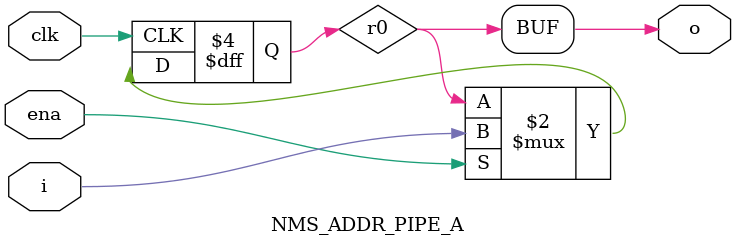
<source format=v>

module NMS (clk, ce, we, rstn, a, d, q);
input clk;
input ce;
input we;
input rstn;
input [17:0]a;
input [0:0]d;
output [0:0]q;

wire vcc_net;
wire gnd_net;
wire net_2;
wire net_18;
wire net_20;
wire net_21;
wire addra_pipe_14_net;
wire net_23;
wire net_24;
wire net_26;
wire net_27;
wire net_28;
wire net_29;
wire net_30;
wire net_31;
wire net_32;
wire net_33;
wire net_34;
wire net_35;
wire addra_pipe_15_net;
wire net_36;
wire net_37;
wire net_39;
wire net_40;
wire net_41;
wire net_42;
wire net_43;
wire net_44;
wire net_45;
wire net_46;
wire net_47;
wire net_48;
wire net_49;
wire net_50;
wire net_51;
wire net_52;
wire net_53;
wire net_54;
wire net_55;
wire net_56;
wire net_57;
wire net_58;
wire addra_pipe_16_net;
wire net_59;
wire net_60;
wire net_62;
wire net_63;
wire net_64;
wire net_65;
wire net_66;
wire net_67;
wire net_68;
wire net_69;
wire net_70;
wire net_71;
wire net_72;
wire net_73;
wire net_74;
wire net_75;
wire net_76;
wire net_77;
wire net_78;
wire net_79;
wire net_80;
wire net_81;
wire net_82;
wire net_83;
wire net_84;
wire net_85;
wire net_86;
wire net_87;
wire net_88;
wire net_89;
wire net_90;
wire net_91;
wire net_92;
wire net_93;
wire net_94;
wire net_95;
wire net_96;
wire net_97;
wire net_98;
wire net_99;
wire net_100;
wire net_101;
wire addra_pipe_17_net;
wire net_102;
wire net_103;
wire net_106;
wire nc1;
wire nc2;
wire nc3;
wire nc4;
wire nc5;
wire nc6;
wire nc7;
wire nc8;
wire nc9;
wire nc10;
wire nc11;
wire nc12;
wire nc13;
wire nc14;
wire nc15;
wire nc16;
wire nc17;
wire nc18;
wire nc19;
wire nc20;
wire nc21;
wire nc22;
wire nc23;
wire nc24;
wire nc25;
wire nc26;
wire nc27;
wire nc28;
wire nc29;
wire nc30;
wire nc31;
wire nc32;
wire nc33;
wire nc34;
wire nc35;
wire nc36;
wire nc37;
wire nc38;
wire nc39;
wire nc40;
wire nc41;
wire nc42;
wire nc43;
wire nc44;
wire nc45;
wire nc46;
wire nc47;
wire nc48;
wire nc49;
wire nc50;
wire nc51;
wire nc52;
wire nc53;
wire nc54;
wire nc55;
wire nc56;
wire nc57;
wire nc58;
wire nc59;
wire nc60;
wire nc61;
wire nc62;
wire nc63;
wire nc64;
wire nc65;
wire nc66;
wire nc67;
wire nc68;
wire nc69;
wire nc70;
wire nc71;
wire nc72;
wire nc73;
wire nc74;
wire nc75;
wire nc76;
wire nc77;
wire nc78;
wire nc79;
wire nc80;
wire nc81;
wire nc82;
wire nc83;
wire nc84;
wire nc85;
wire nc86;
wire nc87;
wire nc88;
wire nc89;
wire nc90;
wire nc91;
wire nc92;
wire nc93;
wire nc94;
wire nc95;
wire nc96;
wire nc97;
wire nc98;
wire nc99;
wire nc100;
wire nc101;
wire nc102;
wire nc103;
wire nc104;
wire nc105;
wire nc106;
wire nc107;
wire nc108;
wire nc109;
wire nc110;
wire nc111;
wire nc112;
wire nc113;
wire nc114;
wire nc115;
wire nc116;
wire nc117;
wire nc118;
wire nc119;
wire nc120;
wire nc121;
wire nc122;
wire nc123;
wire nc124;
wire nc125;
wire nc126;
wire nc127;
wire nc128;
wire nc129;
wire nc130;
wire nc131;
wire nc132;
wire nc133;
wire nc134;
wire nc135;
wire nc136;
wire nc137;
wire nc138;
wire nc139;
wire nc140;
wire nc141;
wire nc142;
wire nc143;
wire nc144;
wire nc145;
wire nc146;
wire nc147;
wire nc148;
wire nc149;
wire nc150;
wire nc151;
wire nc152;
wire nc153;
wire nc154;
wire nc155;
wire nc156;
wire nc157;
wire nc158;
wire nc159;
wire nc160;
wire nc161;
wire nc162;
wire nc163;
wire nc164;
wire nc165;
wire nc166;
wire nc167;
wire nc168;
wire nc169;
wire nc170;
wire nc171;
wire nc172;
wire nc173;
wire nc174;
wire nc175;
wire nc176;
wire nc177;
wire nc178;
wire nc179;
wire nc180;
wire nc181;
wire nc182;
wire nc183;
wire nc184;
wire nc185;
wire nc186;
wire nc187;
wire nc188;
wire nc189;
wire nc190;
wire nc191;
wire nc192;
wire nc193;
wire nc194;
wire nc195;
wire nc196;
wire nc197;
wire nc198;
wire nc199;
wire nc200;
wire nc201;
wire nc202;
wire nc203;
wire nc204;
wire nc205;
wire nc206;
wire nc207;
wire nc208;
wire nc209;
wire nc210;
wire nc211;
wire nc212;
wire nc213;
wire nc214;
wire nc215;
wire nc216;
wire nc217;
wire nc218;
wire nc219;
wire nc220;
wire nc221;
wire nc222;
wire nc223;
wire nc224;
wire nc225;
wire nc226;
wire nc227;
wire nc228;
wire nc229;
wire nc230;
wire nc231;
wire nc232;
wire nc233;
wire nc234;
wire nc235;
wire nc236;
wire nc237;
wire nc238;
wire nc239;
wire nc240;
wire nc241;
wire nc242;
wire nc243;
wire nc244;
wire nc245;
wire nc246;
wire nc247;
wire nc248;
wire nc249;
wire nc250;
wire nc251;
wire nc252;
wire nc253;
wire nc254;
wire nc255;
wire nc256;
wire nc257;
wire nc258;
wire nc259;
wire nc260;
wire nc261;
wire nc262;
wire nc263;
wire nc264;
wire nc265;
wire nc266;
wire nc267;
wire nc268;
wire nc269;
wire nc270;
wire nc271;
wire nc272;
wire nc273;
wire nc274;
wire nc275;
wire nc276;
wire nc277;
wire nc278;
wire nc279;
wire nc280;
wire nc281;
wire nc282;
wire nc283;
wire nc284;
wire nc285;
wire nc286;
wire nc287;
wire nc288;
wire nc289;
wire nc290;
wire nc291;
wire nc292;
wire nc293;
wire nc294;
wire nc295;
wire nc296;
wire nc297;
wire nc298;
wire nc299;
wire nc300;
wire nc301;
wire nc302;
wire nc303;
wire nc304;
wire nc305;
wire nc306;
wire nc307;
wire nc308;
wire nc309;
wire nc310;
wire nc311;
wire nc312;
wire nc313;
wire nc314;
wire nc315;
wire nc316;
wire nc317;
wire nc318;
wire nc319;
wire nc320;
wire nc321;
wire nc322;
wire nc323;
wire nc324;
wire nc325;
wire nc326;
wire nc327;
wire nc328;
wire nc329;
wire nc330;
wire nc331;
wire nc332;
wire nc333;
wire nc334;
wire nc335;
wire nc336;
wire nc337;
wire nc338;
wire nc339;
wire nc340;
wire nc341;
wire nc342;
wire nc343;
wire nc344;
wire nc345;
wire nc346;
wire nc347;
wire nc348;
wire nc349;
wire nc350;
wire nc351;
wire nc352;
wire nc353;
wire nc354;
wire nc355;
wire nc356;
wire nc357;
wire nc358;
wire nc359;
wire nc360;
wire nc361;
wire nc362;
wire nc363;
wire nc364;
wire nc365;
wire nc366;
wire nc367;
wire nc368;
wire nc369;
wire nc370;
wire nc371;
wire nc372;
wire nc373;
wire nc374;
wire nc375;
wire nc376;
wire nc377;
wire nc378;
wire nc379;
wire nc380;
wire nc381;
wire nc382;
wire nc383;
wire nc384;
wire nc385;
wire nc386;
wire nc387;
wire nc388;
wire nc389;
wire nc390;
wire nc391;
wire nc392;
wire nc393;
wire nc394;
wire nc395;
wire nc396;
wire nc397;
wire nc398;
wire nc399;
wire nc400;
wire nc401;
wire nc402;
wire nc403;
wire nc404;
wire nc405;
wire nc406;
wire nc407;
wire nc408;
wire nc409;
wire nc410;
wire nc411;
wire nc412;
wire nc413;
wire nc414;
wire nc415;
wire nc416;
wire nc417;
wire nc418;
wire nc419;
wire nc420;
wire nc421;
wire nc422;
wire nc423;
wire nc424;
wire nc425;
wire nc426;
wire nc427;
wire nc428;
wire nc429;
wire nc430;
wire nc431;
wire nc432;
wire nc433;
wire nc434;
wire nc435;
wire nc436;
wire nc437;
wire nc438;
wire nc439;
wire nc440;
wire nc441;
wire nc442;
wire nc443;
wire nc444;
wire nc445;
wire nc446;
wire nc447;
wire nc448;
wire nc449;
wire nc450;
wire nc451;
wire nc452;
wire nc453;
wire nc454;
wire nc455;
wire nc456;
wire nc457;
wire nc458;
wire nc459;
wire nc460;
wire nc461;
wire nc462;
wire nc463;
wire nc464;
wire nc465;
wire nc466;
wire nc467;
wire nc468;
wire nc469;
wire nc470;
wire nc471;
wire nc472;
wire nc473;
wire nc474;
wire nc475;
wire nc476;
wire nc477;
wire nc478;
wire nc479;
wire nc480;
wire nc481;
wire nc482;
wire nc483;
wire nc484;
wire nc485;
wire nc486;
wire nc487;
wire nc488;
wire nc489;
wire nc490;
wire nc491;
wire nc492;
wire nc493;
wire nc494;
wire nc495;
wire nc496;
wire nc497;
wire nc498;
wire nc499;
wire nc500;
wire nc501;
wire nc502;
wire nc503;
wire nc504;
wire nc505;
wire nc506;
wire nc507;
wire nc508;
wire nc509;
wire nc510;
wire nc511;
wire nc512;
wire nc513;
wire nc514;
wire nc515;
wire nc516;
wire nc517;
wire nc518;
wire nc519;
wire nc520;
wire nc521;
wire nc522;
wire nc523;
wire nc524;
wire nc525;
wire nc526;
wire nc527;
wire nc528;
wire nc529;
wire nc530;
wire nc531;
wire nc532;
wire nc533;
wire nc534;
wire nc535;
wire nc536;
wire nc537;
wire nc538;
wire nc539;
wire nc540;
wire nc541;
wire nc542;
wire nc543;
wire nc544;
wire nc545;
wire nc546;
wire nc547;
wire nc548;
wire nc549;
wire nc550;
wire nc551;
wire nc552;
wire nc553;
wire nc554;
wire nc555;
wire nc556;
wire nc557;
wire nc558;
wire nc559;
wire nc560;
wire nc561;
wire nc562;
wire nc563;
wire nc564;
wire nc565;
wire nc566;
wire nc567;
wire nc568;
wire nc569;
wire nc570;
wire nc571;
wire nc572;
wire nc573;
wire nc574;
wire nc575;
wire nc576;
wire nc577;
wire nc578;
wire nc579;
wire nc580;
wire nc581;
wire nc582;
wire nc583;
wire nc584;
wire nc585;
wire nc586;
wire nc587;
wire nc588;
wire nc589;
wire nc590;
wire nc591;
wire nc592;
wire nc593;
wire nc594;
wire nc595;
wire nc596;
wire nc597;
wire nc598;
wire nc599;
wire nc600;
wire nc601;
wire nc602;
wire nc603;
wire nc604;
wire nc605;
wire nc606;
wire nc607;
wire nc608;
wire nc609;
wire nc610;
wire nc611;
wire nc612;
wire nc613;
wire nc614;
wire nc615;
wire nc616;
wire nc617;
wire nc618;
wire nc619;
wire nc620;
wire nc621;
wire nc622;
wire nc623;
wire nc624;
wire nc625;
wire nc626;
wire nc627;
wire nc628;
wire nc629;
wire nc630;
wire nc631;
wire nc632;
wire nc633;
wire nc634;
wire nc635;
wire nc636;
wire nc637;
wire nc638;
wire nc639;
wire nc640;
wire nc641;
wire nc642;
wire nc643;
wire nc644;
wire nc645;
wire nc646;
wire nc647;
wire nc648;
wire nc649;
wire nc650;
wire nc651;
wire nc652;
wire nc653;
wire nc654;
wire nc655;
wire nc656;
wire nc657;
wire nc658;
wire nc659;
wire nc660;
wire nc661;
wire nc662;
wire nc663;
wire nc664;
wire nc665;
wire nc666;
wire nc667;
wire nc668;
wire nc669;
wire nc670;
wire nc671;
wire nc672;
wire nc673;
wire nc674;
wire nc675;
wire nc676;
wire nc677;
wire nc678;
wire nc679;
wire nc680;
wire nc681;
wire nc682;
wire nc683;
wire nc684;
wire nc685;
wire nc686;
wire nc687;
wire nc688;
wire nc689;
wire nc690;
wire nc691;
wire nc692;
wire nc693;
wire nc694;
wire nc695;
wire nc696;
wire nc697;
wire nc698;
wire nc699;
wire nc700;
wire nc701;
wire nc702;
wire nc703;
wire nc704;
wire nc705;
wire nc706;
wire nc707;
wire nc708;
wire nc709;
wire nc710;
wire nc711;
wire nc712;
wire nc713;
wire nc714;
wire nc715;
wire nc716;
wire nc717;
wire nc718;
wire nc719;
wire nc720;
wire nc721;
wire nc722;
wire nc723;
wire nc724;
wire nc725;
wire nc726;
wire nc727;
wire nc728;
wire nc729;
wire nc730;
wire nc731;
wire nc732;
wire nc733;
wire nc734;
wire nc735;
wire nc736;
wire nc737;
wire nc738;
wire nc739;
wire nc740;
wire nc741;
wire nc742;
wire nc743;
wire nc744;
wire nc745;
wire nc746;
wire nc747;
wire nc748;
wire nc749;
wire nc750;
wire nc751;
wire nc752;
wire nc753;
wire nc754;
wire nc755;
wire nc756;
wire nc757;
wire nc758;
wire nc759;
wire nc760;
wire nc761;
wire nc762;
wire nc763;
wire nc764;
wire nc765;
wire nc766;
wire nc767;
wire nc768;
wire nc769;
wire nc770;
wire nc771;
wire nc772;
wire nc773;
wire nc774;
wire nc775;
wire nc776;
wire nc777;
wire nc778;
wire nc779;
wire nc780;
wire nc781;
wire nc782;
wire nc783;
wire nc784;
wire nc785;
wire nc786;
wire nc787;
wire nc788;
wire nc789;
wire nc790;
wire nc791;
wire nc792;
wire nc793;
wire nc794;
wire nc795;
wire nc796;
wire nc797;
wire nc798;
wire nc799;
wire nc800;
wire nc801;
wire nc802;
wire nc803;
wire nc804;
wire nc805;
wire nc806;
wire nc807;
wire nc808;
wire nc809;
wire nc810;
wire nc811;
wire nc812;
wire nc813;
wire nc814;
wire nc815;
wire nc816;
wire nc817;
wire nc818;
wire nc819;
wire nc820;
wire nc821;
wire nc822;
wire nc823;
wire nc824;
wire nc825;
wire nc826;
wire nc827;
wire nc828;
wire nc829;
wire nc830;
wire nc831;
wire nc832;
wire nc833;
wire nc834;
wire nc835;
wire nc836;
wire nc837;
wire nc838;
wire nc839;
wire nc840;
wire nc841;
wire nc842;
wire nc843;
wire nc844;
wire nc845;
wire nc846;
wire nc847;
wire nc848;
wire nc849;
wire nc850;
wire nc851;
wire nc852;
wire nc853;
wire nc854;
wire nc855;
wire nc856;
wire nc857;
wire nc858;
wire nc859;
wire nc860;
wire nc861;
wire nc862;
wire nc863;
wire nc864;
wire nc865;
wire nc866;
wire nc867;
wire nc868;
wire nc869;
wire nc870;
wire nc871;
wire nc872;
wire nc873;
wire nc874;
wire nc875;
wire nc876;
wire nc877;
wire nc878;
wire nc879;
wire nc880;
wire nc881;
wire nc882;
wire nc883;
wire nc884;
wire nc885;
wire nc886;
wire nc887;
wire nc888;
wire nc889;
wire nc890;
wire nc891;
wire nc892;
wire nc893;
wire nc894;
wire nc895;
wire nc896;
wire nc897;
wire nc898;
wire nc899;
wire nc900;
wire nc901;
wire nc902;
wire nc903;
wire nc904;
wire nc905;
wire nc906;
wire nc907;
wire nc908;
wire nc909;
wire nc910;
wire nc911;
wire nc912;
wire nc913;
wire nc914;
wire nc915;
wire nc916;
wire nc917;
wire nc918;
wire nc919;
wire nc920;
wire nc921;
wire nc922;
wire nc923;
wire nc924;
wire nc925;
wire nc926;
wire nc927;
wire nc928;
wire nc929;
wire nc930;
wire nc931;
wire nc932;
wire nc933;
wire nc934;
wire nc935;
wire nc936;
wire nc937;
wire nc938;
wire nc939;
wire nc940;
wire nc941;
wire nc942;
wire nc943;
wire nc944;
wire nc945;
wire nc946;
wire nc947;
wire nc948;
wire nc949;
wire nc950;
wire nc951;
wire nc952;
wire nc953;
wire nc954;
wire nc955;
wire nc956;
wire nc957;
wire nc958;
wire nc959;
wire nc960;
wire nc961;
wire nc962;
wire nc963;
wire nc964;
wire nc965;
wire nc966;
wire nc967;
wire nc968;
wire nc969;
wire nc970;
wire nc971;
wire nc972;
wire nc973;
wire nc974;
wire nc975;
wire nc976;
wire nc977;
wire nc978;
wire nc979;
wire nc980;
wire nc981;
wire nc982;
wire nc983;
wire nc984;
wire nc985;
wire nc986;
wire nc987;
wire nc988;
wire nc989;
wire nc990;
wire nc991;
wire nc992;
wire nc993;
wire nc994;
wire nc995;
wire nc996;
wire nc997;
wire nc998;
wire nc999;
wire nc1000;
wire nc1001;
wire nc1002;
wire nc1003;
wire nc1004;
wire nc1005;
wire nc1006;
wire nc1007;
wire nc1008;
wire nc1009;
wire nc1010;
wire nc1011;
wire nc1012;
wire nc1013;
wire nc1014;
wire nc1015;
wire nc1016;
wire nc1017;
wire nc1018;
wire nc1019;
wire nc1020;
wire nc1021;
wire nc1022;
wire nc1023;
wire nc1024;
wire nc1025;
wire nc1026;
wire nc1027;
wire nc1028;
wire nc1029;
wire nc1030;
wire nc1031;
wire nc1032;
wire nc1033;
wire nc1034;
wire nc1035;
wire nc1036;
wire nc1037;
wire nc1038;
wire nc1039;
wire nc1040;
wire nc1041;
wire nc1042;
wire nc1043;
wire nc1044;
wire nc1045;
wire nc1046;
wire nc1047;
wire nc1048;
wire nc1049;
wire nc1050;
wire nc1051;
wire nc1052;
wire nc1053;
wire nc1054;
wire nc1055;
wire nc1056;
wire nc1057;
wire nc1058;
wire nc1059;
wire nc1060;
wire nc1061;
wire nc1062;
wire nc1063;
wire nc1064;
wire nc1065;
wire nc1066;
wire nc1067;
wire nc1068;
wire nc1069;
wire nc1070;
wire nc1071;
wire nc1072;
wire nc1073;
wire nc1074;
wire nc1075;
wire nc1076;
wire nc1077;
wire nc1078;
wire nc1079;
wire nc1080;
wire nc1081;
wire nc1082;
wire nc1083;
wire nc1084;
wire nc1085;
wire nc1086;
wire nc1087;
wire nc1088;
wire nc1089;
wire nc1090;
wire nc1091;
wire nc1092;
wire nc1093;
wire nc1094;
wire nc1095;
wire nc1096;
wire nc1097;
wire nc1098;
wire nc1099;
wire nc1100;
wire nc1101;
wire nc1102;
wire nc1103;
wire nc1104;
wire nc1105;
wire nc1106;
wire nc1107;
wire nc1108;
wire nc1109;
wire nc1110;
wire nc1111;
wire nc1112;
wire nc1113;
wire nc1114;
wire nc1115;
wire nc1116;
wire nc1117;
wire nc1118;
wire nc1119;
wire nc1120;
wire nc1121;
wire nc1122;
wire nc1123;
wire nc1124;
wire nc1125;
wire nc1126;
wire nc1127;
wire nc1128;
wire nc1129;
wire nc1130;
wire nc1131;
wire nc1132;
wire nc1133;
wire nc1134;
wire nc1135;
wire nc1136;
wire nc1137;
wire nc1138;
wire nc1139;
wire nc1140;
wire nc1141;
wire nc1142;
wire nc1143;
wire nc1144;
wire nc1145;
wire nc1146;
wire nc1147;
wire nc1148;
wire nc1149;
wire nc1150;
wire nc1151;
wire nc1152;
wire nc1153;
wire nc1154;
wire nc1155;
wire nc1156;
wire nc1157;
wire nc1158;
wire nc1159;
wire nc1160;
wire nc1161;
wire nc1162;
wire nc1163;
wire nc1164;
wire nc1165;
wire nc1166;
wire nc1167;
wire nc1168;
wire nc1169;
wire nc1170;
wire nc1171;
wire nc1172;
wire nc1173;
wire nc1174;
wire nc1175;
wire nc1176;
wire nc1177;
wire nc1178;
wire nc1179;
wire nc1180;
wire nc1181;
wire nc1182;
wire nc1183;
wire nc1184;
wire nc1185;
wire nc1186;
wire nc1187;
wire nc1188;
wire nc1189;
wire nc1190;
wire nc1191;
wire nc1192;
wire nc1193;
wire nc1194;
wire nc1195;
wire nc1196;
wire nc1197;
wire nc1198;
wire nc1199;
wire nc1200;
wire nc1201;
wire nc1202;
wire nc1203;
wire nc1204;
wire nc1205;
wire nc1206;
wire nc1207;
wire nc1208;
wire nc1209;
wire nc1210;
wire nc1211;
wire nc1212;
wire nc1213;
wire nc1214;
wire nc1215;
wire nc1216;
wire nc1217;
wire nc1218;
wire nc1219;
wire nc1220;
wire nc1221;
wire nc1222;
wire nc1223;
wire nc1224;
wire nc1225;
wire nc1226;
wire nc1227;
wire nc1228;
wire nc1229;
wire nc1230;
wire nc1231;
wire nc1232;
wire nc1233;
wire nc1234;
wire nc1235;
wire nc1236;
wire nc1237;
wire nc1238;
wire nc1239;
wire nc1240;
wire nc1241;
wire nc1242;
wire nc1243;
wire nc1244;
wire nc1245;
wire nc1246;
wire nc1247;
wire nc1248;
wire nc1249;
wire nc1250;
wire nc1251;
wire nc1252;
wire nc1253;
wire nc1254;
wire nc1255;
wire nc1256;
wire nc1257;
wire nc1258;
wire nc1259;
wire nc1260;
wire nc1261;
wire nc1262;
wire nc1263;
wire nc1264;
wire nc1265;
wire nc1266;
wire nc1267;
wire nc1268;
wire nc1269;
wire nc1270;
wire nc1271;
wire nc1272;
wire nc1273;
wire nc1274;
wire nc1275;
wire nc1276;
wire nc1277;
wire nc1278;
wire nc1279;
wire nc1280;
wire nc1281;
wire nc1282;
wire nc1283;
wire nc1284;
wire nc1285;
wire nc1286;
wire nc1287;
wire nc1288;
wire nc1289;
wire nc1290;
wire nc1291;
wire nc1292;
wire nc1293;
wire nc1294;
wire nc1295;
wire nc1296;
wire nc1297;
wire nc1298;
wire nc1299;
wire nc1300;
wire nc1301;
wire nc1302;
wire nc1303;
wire nc1304;
wire nc1305;
wire nc1306;
wire nc1307;
wire nc1308;
wire nc1309;
wire nc1310;
wire nc1311;
wire nc1312;
wire nc1313;
wire nc1314;
wire nc1315;
wire nc1316;
wire nc1317;
wire nc1318;
wire nc1319;
wire nc1320;
wire nc1321;
wire nc1322;
wire nc1323;
wire nc1324;
wire nc1325;
wire nc1326;
wire nc1327;
wire nc1328;
wire nc1329;
wire nc1330;
wire nc1331;
wire nc1332;
wire nc1333;
wire nc1334;
wire nc1335;
wire nc1336;
wire nc1337;
wire nc1338;
wire nc1339;
wire nc1340;
wire nc1341;
wire nc1342;
wire nc1343;
wire nc1344;
wire nc1345;
wire nc1346;
wire nc1347;
wire nc1348;
wire nc1349;
wire nc1350;
wire nc1351;
wire nc1352;
wire nc1353;
wire nc1354;
wire nc1355;
wire nc1356;
wire nc1357;
wire nc1358;
wire nc1359;
wire nc1360;
wire nc1361;
wire nc1362;
wire nc1363;
wire nc1364;
wire nc1365;
wire nc1366;
wire nc1367;
wire nc1368;
wire nc1369;
wire nc1370;
wire nc1371;
wire nc1372;
wire nc1373;
wire nc1374;
wire nc1375;
wire nc1376;
wire nc1377;
wire nc1378;
wire nc1379;
wire nc1380;
wire nc1381;
wire nc1382;
wire nc1383;
wire nc1384;
wire nc1385;
wire nc1386;
wire nc1387;
wire nc1388;
wire nc1389;
wire nc1390;
wire nc1391;
wire nc1392;
wire nc1393;
wire nc1394;
wire nc1395;
wire nc1396;
wire nc1397;
wire nc1398;
wire nc1399;
wire nc1400;
wire nc1401;
wire nc1402;
wire nc1403;
wire nc1404;
wire nc1405;
wire nc1406;
wire nc1407;
wire nc1408;
wire nc1409;
wire nc1410;
wire nc1411;
wire nc1412;
wire nc1413;
wire nc1414;
wire nc1415;
wire nc1416;
wire nc1417;
wire nc1418;
wire nc1419;
wire nc1420;
wire nc1421;
wire nc1422;
wire nc1423;
wire nc1424;
wire nc1425;
wire nc1426;
wire nc1427;
wire nc1428;
wire nc1429;
wire nc1430;
wire nc1431;
wire nc1432;
wire nc1433;
wire nc1434;
wire nc1435;
wire nc1436;
wire nc1437;
wire nc1438;
wire nc1439;
wire nc1440;
wire nc1441;
wire nc1442;
wire nc1443;
wire nc1444;
wire nc1445;
wire nc1446;
wire nc1447;
wire nc1448;
wire nc1449;
wire nc1450;
wire nc1451;
wire nc1452;
wire nc1453;
wire nc1454;
wire nc1455;
wire nc1456;
wire nc1457;
wire nc1458;
wire nc1459;
wire nc1460;
wire nc1461;
wire nc1462;
wire nc1463;
wire nc1464;
wire nc1465;
wire nc1466;
wire nc1467;
wire nc1468;
wire nc1469;
wire nc1470;
wire nc1471;
wire nc1472;
wire nc1473;
wire nc1474;
wire nc1475;
wire nc1476;
wire nc1477;
wire nc1478;
wire nc1479;
wire nc1480;
wire nc1481;
wire nc1482;
wire nc1483;
wire nc1484;
wire nc1485;
wire nc1486;
wire nc1487;
wire nc1488;
wire nc1489;
wire nc1490;
wire nc1491;
wire nc1492;
wire nc1493;
wire nc1494;
wire nc1495;
wire nc1496;
wire nc1497;
wire nc1498;
wire nc1499;
wire nc1500;
wire nc1501;
wire nc1502;
wire nc1503;
wire nc1504;
wire nc1505;
wire nc1506;
wire nc1507;
wire nc1508;
wire nc1509;
wire nc1510;
wire nc1511;
wire nc1512;
wire nc1513;
wire nc1514;
wire nc1515;
wire nc1516;
wire nc1517;
wire nc1518;
wire nc1519;
wire nc1520;
wire nc1521;
wire nc1522;
wire nc1523;
wire nc1524;
wire nc1525;
wire nc1526;
wire nc1527;
wire nc1528;
wire nc1529;
wire nc1530;
wire nc1531;
wire nc1532;
wire nc1533;
wire nc1534;
wire nc1535;
wire nc1536;
wire nc1537;
wire nc1538;
wire nc1539;
wire nc1540;
wire nc1541;
wire nc1542;
wire nc1543;
wire nc1544;
wire nc1545;
wire nc1546;
wire nc1547;
wire nc1548;
wire nc1549;
wire nc1550;
wire nc1551;
wire nc1552;
wire nc1553;
wire nc1554;
wire nc1555;
wire nc1556;
wire nc1557;
wire nc1558;
wire nc1559;
wire nc1560;
wire nc1561;
wire nc1562;
wire nc1563;
wire nc1564;
wire nc1565;
wire nc1566;
wire nc1567;
wire nc1568;
wire nc1569;
wire nc1570;
wire nc1571;
wire nc1572;
wire nc1573;
wire nc1574;
wire nc1575;
wire nc1576;
wire nc1577;
wire nc1578;
wire nc1579;
wire nc1580;
wire nc1581;
wire nc1582;
wire nc1583;
wire nc1584;
wire nc1585;
wire nc1586;
wire nc1587;
wire nc1588;
wire nc1589;
wire nc1590;
wire nc1591;
wire nc1592;
wire nc1593;
wire nc1594;
wire nc1595;
wire nc1596;
wire nc1597;
wire nc1598;
wire nc1599;
wire nc1600;
wire nc1601;
wire nc1602;
wire nc1603;
wire nc1604;
wire nc1605;
wire nc1606;
wire nc1607;
wire nc1608;
wire nc1609;
wire nc1610;
wire nc1611;
wire nc1612;
wire nc1613;
wire nc1614;
wire nc1615;
wire nc1616;
wire nc1617;
wire nc1618;
wire nc1619;
wire nc1620;
wire nc1621;
wire nc1622;
wire nc1623;
wire nc1624;
wire nc1625;
wire nc1626;
wire nc1627;
wire nc1628;
wire nc1629;
wire nc1630;
wire nc1631;
wire nc1632;
wire nc1633;
wire nc1634;
wire nc1635;
wire nc1636;
wire nc1637;
wire nc1638;
wire nc1639;
wire nc1640;
wire nc1641;
wire nc1642;
wire nc1643;
wire nc1644;
wire nc1645;
wire nc1646;
wire nc1647;
wire nc1648;
wire nc1649;
wire nc1650;
wire nc1651;
wire nc1652;
wire nc1653;
wire nc1654;
wire nc1655;
wire nc1656;
wire nc1657;
wire nc1658;
wire nc1659;
wire nc1660;
wire nc1661;
wire nc1662;
wire nc1663;
wire nc1664;
wire nc1665;
wire nc1666;
wire nc1667;
wire nc1668;
wire nc1669;
wire nc1670;
wire nc1671;
wire nc1672;
wire nc1673;
wire nc1674;
wire nc1675;
wire nc1676;
wire nc1677;
wire nc1678;
wire nc1679;
wire nc1680;
wire nc1681;
wire nc1682;
wire nc1683;
wire nc1684;
wire nc1685;
wire nc1686;
wire nc1687;
wire nc1688;
wire nc1689;
wire nc1690;
wire nc1691;
wire nc1692;
wire nc1693;
wire nc1694;
wire nc1695;
wire nc1696;
wire nc1697;
wire nc1698;
wire nc1699;
wire nc1700;
wire nc1701;
wire nc1702;
wire nc1703;
wire nc1704;
wire nc1705;
wire nc1706;
wire nc1707;
wire nc1708;
wire nc1709;
wire nc1710;
wire nc1711;
wire nc1712;
wire nc1713;
wire nc1714;
wire nc1715;
wire nc1716;
wire nc1717;
wire nc1718;
wire nc1719;
wire nc1720;
wire nc1721;
wire nc1722;
wire nc1723;
wire nc1724;
wire nc1725;
wire nc1726;
wire nc1727;
wire nc1728;
wire nc1729;
wire nc1730;
wire nc1731;
wire nc1732;
wire nc1733;
wire nc1734;
wire nc1735;
wire nc1736;
wire nc1737;
wire nc1738;
wire nc1739;
wire nc1740;
wire nc1741;
wire nc1742;
wire nc1743;
wire nc1744;
wire nc1745;
wire nc1746;
wire nc1747;
wire nc1748;
wire nc1749;
wire nc1750;
wire nc1751;
wire nc1752;
wire nc1753;
wire nc1754;
wire nc1755;
wire nc1756;
wire nc1757;
wire nc1758;
wire nc1759;
wire nc1760;
wire nc1761;
wire nc1762;
wire nc1763;
wire nc1764;
wire nc1765;
wire nc1766;
wire nc1767;
wire nc1768;
wire nc1769;
wire nc1770;
wire nc1771;
wire nc1772;
wire nc1773;
wire nc1774;
wire nc1775;
wire nc1776;
wire nc1777;
wire nc1778;
wire nc1779;
wire nc1780;
wire nc1781;
wire nc1782;
wire nc1783;
wire nc1784;
wire nc1785;
wire nc1786;
wire nc1787;
wire nc1788;
wire nc1789;
wire nc1790;
wire nc1791;
wire nc1792;
wire nc1793;
wire nc1794;
wire nc1795;
wire nc1796;
wire nc1797;
wire nc1798;
wire nc1799;
wire nc1800;
wire nc1801;
wire nc1802;
wire nc1803;
wire nc1804;
wire nc1805;
wire nc1806;
wire nc1807;
wire nc1808;
wire nc1809;
wire nc1810;
wire nc1811;
wire nc1812;
wire nc1813;
wire nc1814;
wire nc1815;
wire nc1816;
wire nc1817;
wire nc1818;
wire nc1819;
wire nc1820;
wire nc1821;
wire nc1822;
wire nc1823;
wire nc1824;
wire nc1825;
wire nc1826;
wire nc1827;
wire nc1828;
wire nc1829;
wire nc1830;
wire nc1831;
wire nc1832;
wire nc1833;
wire nc1834;
wire nc1835;
wire nc1836;
wire nc1837;
wire nc1838;
wire nc1839;
wire nc1840;
wire nc1841;
wire nc1842;
wire nc1843;
wire nc1844;
wire nc1845;
wire nc1846;
wire nc1847;
wire nc1848;
wire nc1849;
wire nc1850;
wire nc1851;
wire nc1852;
wire nc1853;
wire nc1854;
wire nc1855;
wire nc1856;
wire nc1857;
wire nc1858;
wire nc1859;
wire nc1860;
wire nc1861;
wire nc1862;
wire nc1863;
wire nc1864;
wire nc1865;
wire nc1866;
wire nc1867;
wire nc1868;
wire nc1869;
wire nc1870;
wire nc1871;
wire nc1872;
wire nc1873;
wire nc1874;
wire nc1875;
wire nc1876;
wire nc1877;
wire nc1878;
wire nc1879;
wire nc1880;
wire nc1881;
wire nc1882;
wire nc1883;
wire nc1884;
wire nc1885;
wire nc1886;
wire nc1887;
wire nc1888;
wire nc1889;
wire nc1890;
wire nc1891;
wire nc1892;
wire nc1893;
wire nc1894;
wire nc1895;
wire nc1896;
wire nc1897;
wire nc1898;
wire nc1899;
wire nc1900;
wire nc1901;
wire nc1902;
wire nc1903;
wire nc1904;
wire nc1905;
wire nc1906;
wire nc1907;
wire nc1908;
wire nc1909;
wire nc1910;
wire nc1911;
wire nc1912;
wire nc1913;
wire nc1914;
wire nc1915;
wire nc1916;
wire nc1917;
wire nc1918;
wire nc1919;
wire nc1920;
wire nc1921;
wire nc1922;
wire nc1923;
wire nc1924;
wire nc1925;
wire nc1926;
wire nc1927;
wire nc1928;
wire nc1929;
wire nc1930;
wire nc1931;
wire nc1932;
wire nc1933;
wire nc1934;
wire nc1935;
wire nc1936;
wire nc1937;
wire nc1938;
wire nc1939;
wire nc1940;
wire nc1941;
wire nc1942;
wire nc1943;
wire nc1944;
wire nc1945;
wire nc1946;
wire nc1947;
wire nc1948;
wire nc1949;
wire nc1950;
wire nc1951;
wire nc1952;
wire nc1953;
wire nc1954;
wire nc1955;
wire nc1956;
wire nc1957;
wire nc1958;
wire nc1959;
wire nc1960;
wire nc1961;
wire nc1962;
wire nc1963;
wire nc1964;
wire nc1965;
wire nc1966;
wire nc1967;
wire nc1968;
wire nc1969;
wire nc1970;
wire nc1971;
wire nc1972;
wire nc1973;
wire nc1974;
wire nc1975;
wire nc1976;
wire nc1977;
wire nc1978;
wire nc1979;
wire nc1980;
wire nc1981;
wire nc1982;
wire nc1983;
wire nc1984;
wire nc1985;
wire nc1986;
wire nc1987;
wire nc1988;
wire nc1989;
wire nc1990;
wire nc1991;
wire nc1992;
wire nc1993;
wire nc1994;
wire nc1995;
wire nc1996;
wire nc1997;
wire nc1998;
wire nc1999;
wire nc2000;
wire nc2001;
wire nc2002;
wire nc2003;
wire nc2004;
wire nc2005;
wire nc2006;
wire nc2007;
wire nc2008;
wire nc2009;
wire nc2010;
wire nc2011;
wire nc2012;
wire nc2013;
wire nc2014;
wire nc2015;
wire nc2016;

assign vcc_net = 1;
assign gnd_net = 0;
EMB18K #(
		.clka_inv (1'b0),
		.clkb_inv (1'b0),
		.eccreaden (1'b0),
		.eccwriteen (1'b0),
		.emb5k_1_init_file (""),
		.emb5k_2_init_file (""),
		.emb5k_3_init_file (""),
		.emb5k_4_init_file (""),
		.extension_mode ("power"),
		.init_file ("none"),
		.outreg_a (1'b0),
		.outreg_b (1'b0),
		.rammode ("sp"),
		.use_parity (1'b0),
		.width_a (1),
		.width_b (1),
		.writemode_a ("no_change"),
		.writemode_b ("write_first")
	)
	emb_0(
		.doa({nc1, nc2, nc3, nc4, nc5, nc6, nc7, nc8, nc9, nc10, nc11, nc12, nc13, nc14, nc15, nc16, nc17, nc18, nc19, nc20, nc21, nc22, nc23, nc24, nc25, nc26, nc27, nc28, nc29, nc30, nc31, nc32, nc33, nc34, nc35, nc36, nc37, nc38, nc39, nc40, nc41, nc42, nc43, nc44, nc45, nc46, nc47, nc48, nc49, nc50, nc51, nc52, nc53, nc54, nc55, nc56, nc57, nc58, nc59, nc60, nc61, nc62, nc63, net_18}),
		.dob(),
		.dopa(),
		.dopb(),
		.addra({a[13], a[12], a[11], a[10], a[9], a[8], a[7], a[6], a[5], a[4], a[3], a[2], a[1], a[0]}),
		.addrb(),
		.clka(clk),
		.clkb(),
		.dia({nc64, nc65, nc66, nc67, nc68, nc69, nc70, nc71, nc72, nc73, nc74, nc75, nc76, nc77, nc78, nc79, nc80, nc81, nc82, nc83, nc84, nc85, nc86, nc87, nc88, nc89, nc90, nc91, nc92, nc93, nc94, nc95, nc96, nc97, nc98, nc99, nc100, nc101, nc102, nc103, nc104, nc105, nc106, nc107, nc108, nc109, nc110, nc111, nc112, nc113, nc114, nc115, nc116, nc117, nc118, nc119, nc120, nc121, nc122, nc123, nc124, nc125, nc126, d[0]}),
		.dib(),
		.dipa(),
		.dipb(),
		.cea(net_2),
		.ceb(gnd_net),
		.regcea(vcc_net),
		.regceb(),
		.regsra(rstn),
		.regsrb(),
		.wea({we, we, we, we}),
		.web(),
		.eccoutdberr(),
		.eccoutsberr(),
		.eccreadaddr(),
		.eccindberr(gnd_net),
		.eccinsberr(gnd_net)
	);EMB18K #(
		.clka_inv (1'b0),
		.clkb_inv (1'b0),
		.eccreaden (1'b0),
		.eccwriteen (1'b0),
		.emb5k_1_init_file (""),
		.emb5k_2_init_file (""),
		.emb5k_3_init_file (""),
		.emb5k_4_init_file (""),
		.extension_mode ("power"),
		.init_file ("none"),
		.outreg_a (1'b0),
		.outreg_b (1'b0),
		.rammode ("sp"),
		.use_parity (1'b0),
		.width_a (1),
		.width_b (1),
		.writemode_a ("no_change"),
		.writemode_b ("write_first")
	)
	emb_4(
		.doa({nc127, nc128, nc129, nc130, nc131, nc132, nc133, nc134, nc135, nc136, nc137, nc138, nc139, nc140, nc141, nc142, nc143, nc144, nc145, nc146, nc147, nc148, nc149, nc150, nc151, nc152, nc153, nc154, nc155, nc156, nc157, nc158, nc159, nc160, nc161, nc162, nc163, nc164, nc165, nc166, nc167, nc168, nc169, nc170, nc171, nc172, nc173, nc174, nc175, nc176, nc177, nc178, nc179, nc180, nc181, nc182, nc183, nc184, nc185, nc186, nc187, nc188, nc189, net_21}),
		.dob(),
		.dopa(),
		.dopb(),
		.addra({a[13], a[12], a[11], a[10], a[9], a[8], a[7], a[6], a[5], a[4], a[3], a[2], a[1], a[0]}),
		.addrb(),
		.clka(clk),
		.clkb(),
		.dia({nc190, nc191, nc192, nc193, nc194, nc195, nc196, nc197, nc198, nc199, nc200, nc201, nc202, nc203, nc204, nc205, nc206, nc207, nc208, nc209, nc210, nc211, nc212, nc213, nc214, nc215, nc216, nc217, nc218, nc219, nc220, nc221, nc222, nc223, nc224, nc225, nc226, nc227, nc228, nc229, nc230, nc231, nc232, nc233, nc234, nc235, nc236, nc237, nc238, nc239, nc240, nc241, nc242, nc243, nc244, nc245, nc246, nc247, nc248, nc249, nc250, nc251, nc252, d[0]}),
		.dib(),
		.dipa(),
		.dipb(),
		.cea(net_20),
		.ceb(gnd_net),
		.regcea(vcc_net),
		.regceb(),
		.regsra(rstn),
		.regsrb(),
		.wea({we, we, we, we}),
		.web(),
		.eccoutdberr(),
		.eccoutsberr(),
		.eccreadaddr(),
		.eccindberr(gnd_net),
		.eccinsberr(gnd_net)
	);NMS_ADDR_PIPE_A u_addra_pipe_14(
		.clk(clk),
		.ena(net_24),
		.i(a[14]),
		.o(addra_pipe_14_net)
	);NMS_NOT u0(
		.i(we),
		.o(net_23)
	);NMS_AND u1(
		.i0(ce),
		.i1(net_23),
		.o(net_24)
	);NMS_MUX u2(
		.sel(addra_pipe_14_net),
		.i0(net_18),
		.i1(net_21),
		.o(net_26)
	);NMS_AND u3(
		.i0(net_28),
		.i1(net_27),
		.o(net_2)
	);NMS_AND u4(
		.i0(net_28),
		.i1(a[14]),
		.o(net_20)
	);NMS_NOT u5(
		.i(a[14]),
		.o(net_27)
	);EMB18K #(
		.clka_inv (1'b0),
		.clkb_inv (1'b0),
		.eccreaden (1'b0),
		.eccwriteen (1'b0),
		.emb5k_1_init_file (""),
		.emb5k_2_init_file (""),
		.emb5k_3_init_file (""),
		.emb5k_4_init_file (""),
		.extension_mode ("power"),
		.init_file ("none"),
		.outreg_a (1'b0),
		.outreg_b (1'b0),
		.rammode ("sp"),
		.use_parity (1'b0),
		.width_a (1),
		.width_b (1),
		.writemode_a ("no_change"),
		.writemode_b ("write_first")
	)
	emb_8(
		.doa({nc253, nc254, nc255, nc256, nc257, nc258, nc259, nc260, nc261, nc262, nc263, nc264, nc265, nc266, nc267, nc268, nc269, nc270, nc271, nc272, nc273, nc274, nc275, nc276, nc277, nc278, nc279, nc280, nc281, nc282, nc283, nc284, nc285, nc286, nc287, nc288, nc289, nc290, nc291, nc292, nc293, nc294, nc295, nc296, nc297, nc298, nc299, nc300, nc301, nc302, nc303, nc304, nc305, nc306, nc307, nc308, nc309, nc310, nc311, nc312, nc313, nc314, nc315, net_30}),
		.dob(),
		.dopa(),
		.dopb(),
		.addra({a[13], a[12], a[11], a[10], a[9], a[8], a[7], a[6], a[5], a[4], a[3], a[2], a[1], a[0]}),
		.addrb(),
		.clka(clk),
		.clkb(),
		.dia({nc316, nc317, nc318, nc319, nc320, nc321, nc322, nc323, nc324, nc325, nc326, nc327, nc328, nc329, nc330, nc331, nc332, nc333, nc334, nc335, nc336, nc337, nc338, nc339, nc340, nc341, nc342, nc343, nc344, nc345, nc346, nc347, nc348, nc349, nc350, nc351, nc352, nc353, nc354, nc355, nc356, nc357, nc358, nc359, nc360, nc361, nc362, nc363, nc364, nc365, nc366, nc367, nc368, nc369, nc370, nc371, nc372, nc373, nc374, nc375, nc376, nc377, nc378, d[0]}),
		.dib(),
		.dipa(),
		.dipb(),
		.cea(net_29),
		.ceb(gnd_net),
		.regcea(vcc_net),
		.regceb(),
		.regsra(rstn),
		.regsrb(),
		.wea({we, we, we, we}),
		.web(),
		.eccoutdberr(),
		.eccoutsberr(),
		.eccreadaddr(),
		.eccindberr(gnd_net),
		.eccinsberr(gnd_net)
	);EMB18K #(
		.clka_inv (1'b0),
		.clkb_inv (1'b0),
		.eccreaden (1'b0),
		.eccwriteen (1'b0),
		.emb5k_1_init_file (""),
		.emb5k_2_init_file (""),
		.emb5k_3_init_file (""),
		.emb5k_4_init_file (""),
		.extension_mode ("power"),
		.init_file ("none"),
		.outreg_a (1'b0),
		.outreg_b (1'b0),
		.rammode ("sp"),
		.use_parity (1'b0),
		.width_a (1),
		.width_b (1),
		.writemode_a ("no_change"),
		.writemode_b ("write_first")
	)
	emb_12(
		.doa({nc379, nc380, nc381, nc382, nc383, nc384, nc385, nc386, nc387, nc388, nc389, nc390, nc391, nc392, nc393, nc394, nc395, nc396, nc397, nc398, nc399, nc400, nc401, nc402, nc403, nc404, nc405, nc406, nc407, nc408, nc409, nc410, nc411, nc412, nc413, nc414, nc415, nc416, nc417, nc418, nc419, nc420, nc421, nc422, nc423, nc424, nc425, nc426, nc427, nc428, nc429, nc430, nc431, nc432, nc433, nc434, nc435, nc436, nc437, nc438, nc439, nc440, nc441, net_32}),
		.dob(),
		.dopa(),
		.dopb(),
		.addra({a[13], a[12], a[11], a[10], a[9], a[8], a[7], a[6], a[5], a[4], a[3], a[2], a[1], a[0]}),
		.addrb(),
		.clka(clk),
		.clkb(),
		.dia({nc442, nc443, nc444, nc445, nc446, nc447, nc448, nc449, nc450, nc451, nc452, nc453, nc454, nc455, nc456, nc457, nc458, nc459, nc460, nc461, nc462, nc463, nc464, nc465, nc466, nc467, nc468, nc469, nc470, nc471, nc472, nc473, nc474, nc475, nc476, nc477, nc478, nc479, nc480, nc481, nc482, nc483, nc484, nc485, nc486, nc487, nc488, nc489, nc490, nc491, nc492, nc493, nc494, nc495, nc496, nc497, nc498, nc499, nc500, nc501, nc502, nc503, nc504, d[0]}),
		.dib(),
		.dipa(),
		.dipb(),
		.cea(net_31),
		.ceb(gnd_net),
		.regcea(vcc_net),
		.regceb(),
		.regsra(rstn),
		.regsrb(),
		.wea({we, we, we, we}),
		.web(),
		.eccoutdberr(),
		.eccoutsberr(),
		.eccreadaddr(),
		.eccindberr(gnd_net),
		.eccinsberr(gnd_net)
	);NMS_MUX u6(
		.sel(addra_pipe_14_net),
		.i0(net_30),
		.i1(net_32),
		.o(net_33)
	);NMS_AND u7(
		.i0(net_35),
		.i1(net_34),
		.o(net_29)
	);NMS_AND u8(
		.i0(net_35),
		.i1(a[14]),
		.o(net_31)
	);NMS_NOT u9(
		.i(a[14]),
		.o(net_34)
	);NMS_ADDR_PIPE_A u_addra_pipe_15(
		.clk(clk),
		.ena(net_37),
		.i(a[15]),
		.o(addra_pipe_15_net)
	);NMS_NOT u10(
		.i(we),
		.o(net_36)
	);NMS_AND u11(
		.i0(ce),
		.i1(net_36),
		.o(net_37)
	);NMS_MUX u12(
		.sel(addra_pipe_15_net),
		.i0(net_26),
		.i1(net_33),
		.o(net_39)
	);NMS_AND u13(
		.i0(net_41),
		.i1(net_40),
		.o(net_28)
	);NMS_AND u14(
		.i0(net_41),
		.i1(a[15]),
		.o(net_35)
	);NMS_NOT u15(
		.i(a[15]),
		.o(net_40)
	);EMB18K #(
		.clka_inv (1'b0),
		.clkb_inv (1'b0),
		.eccreaden (1'b0),
		.eccwriteen (1'b0),
		.emb5k_1_init_file (""),
		.emb5k_2_init_file (""),
		.emb5k_3_init_file (""),
		.emb5k_4_init_file (""),
		.extension_mode ("power"),
		.init_file ("none"),
		.outreg_a (1'b0),
		.outreg_b (1'b0),
		.rammode ("sp"),
		.use_parity (1'b0),
		.width_a (1),
		.width_b (1),
		.writemode_a ("no_change"),
		.writemode_b ("write_first")
	)
	emb_16(
		.doa({nc505, nc506, nc507, nc508, nc509, nc510, nc511, nc512, nc513, nc514, nc515, nc516, nc517, nc518, nc519, nc520, nc521, nc522, nc523, nc524, nc525, nc526, nc527, nc528, nc529, nc530, nc531, nc532, nc533, nc534, nc535, nc536, nc537, nc538, nc539, nc540, nc541, nc542, nc543, nc544, nc545, nc546, nc547, nc548, nc549, nc550, nc551, nc552, nc553, nc554, nc555, nc556, nc557, nc558, nc559, nc560, nc561, nc562, nc563, nc564, nc565, nc566, nc567, net_43}),
		.dob(),
		.dopa(),
		.dopb(),
		.addra({a[13], a[12], a[11], a[10], a[9], a[8], a[7], a[6], a[5], a[4], a[3], a[2], a[1], a[0]}),
		.addrb(),
		.clka(clk),
		.clkb(),
		.dia({nc568, nc569, nc570, nc571, nc572, nc573, nc574, nc575, nc576, nc577, nc578, nc579, nc580, nc581, nc582, nc583, nc584, nc585, nc586, nc587, nc588, nc589, nc590, nc591, nc592, nc593, nc594, nc595, nc596, nc597, nc598, nc599, nc600, nc601, nc602, nc603, nc604, nc605, nc606, nc607, nc608, nc609, nc610, nc611, nc612, nc613, nc614, nc615, nc616, nc617, nc618, nc619, nc620, nc621, nc622, nc623, nc624, nc625, nc626, nc627, nc628, nc629, nc630, d[0]}),
		.dib(),
		.dipa(),
		.dipb(),
		.cea(net_42),
		.ceb(gnd_net),
		.regcea(vcc_net),
		.regceb(),
		.regsra(rstn),
		.regsrb(),
		.wea({we, we, we, we}),
		.web(),
		.eccoutdberr(),
		.eccoutsberr(),
		.eccreadaddr(),
		.eccindberr(gnd_net),
		.eccinsberr(gnd_net)
	);EMB18K #(
		.clka_inv (1'b0),
		.clkb_inv (1'b0),
		.eccreaden (1'b0),
		.eccwriteen (1'b0),
		.emb5k_1_init_file (""),
		.emb5k_2_init_file (""),
		.emb5k_3_init_file (""),
		.emb5k_4_init_file (""),
		.extension_mode ("power"),
		.init_file ("none"),
		.outreg_a (1'b0),
		.outreg_b (1'b0),
		.rammode ("sp"),
		.use_parity (1'b0),
		.width_a (1),
		.width_b (1),
		.writemode_a ("no_change"),
		.writemode_b ("write_first")
	)
	emb_20(
		.doa({nc631, nc632, nc633, nc634, nc635, nc636, nc637, nc638, nc639, nc640, nc641, nc642, nc643, nc644, nc645, nc646, nc647, nc648, nc649, nc650, nc651, nc652, nc653, nc654, nc655, nc656, nc657, nc658, nc659, nc660, nc661, nc662, nc663, nc664, nc665, nc666, nc667, nc668, nc669, nc670, nc671, nc672, nc673, nc674, nc675, nc676, nc677, nc678, nc679, nc680, nc681, nc682, nc683, nc684, nc685, nc686, nc687, nc688, nc689, nc690, nc691, nc692, nc693, net_45}),
		.dob(),
		.dopa(),
		.dopb(),
		.addra({a[13], a[12], a[11], a[10], a[9], a[8], a[7], a[6], a[5], a[4], a[3], a[2], a[1], a[0]}),
		.addrb(),
		.clka(clk),
		.clkb(),
		.dia({nc694, nc695, nc696, nc697, nc698, nc699, nc700, nc701, nc702, nc703, nc704, nc705, nc706, nc707, nc708, nc709, nc710, nc711, nc712, nc713, nc714, nc715, nc716, nc717, nc718, nc719, nc720, nc721, nc722, nc723, nc724, nc725, nc726, nc727, nc728, nc729, nc730, nc731, nc732, nc733, nc734, nc735, nc736, nc737, nc738, nc739, nc740, nc741, nc742, nc743, nc744, nc745, nc746, nc747, nc748, nc749, nc750, nc751, nc752, nc753, nc754, nc755, nc756, d[0]}),
		.dib(),
		.dipa(),
		.dipb(),
		.cea(net_44),
		.ceb(gnd_net),
		.regcea(vcc_net),
		.regceb(),
		.regsra(rstn),
		.regsrb(),
		.wea({we, we, we, we}),
		.web(),
		.eccoutdberr(),
		.eccoutsberr(),
		.eccreadaddr(),
		.eccindberr(gnd_net),
		.eccinsberr(gnd_net)
	);NMS_MUX u16(
		.sel(addra_pipe_14_net),
		.i0(net_43),
		.i1(net_45),
		.o(net_46)
	);NMS_AND u17(
		.i0(net_48),
		.i1(net_47),
		.o(net_42)
	);NMS_AND u18(
		.i0(net_48),
		.i1(a[14]),
		.o(net_44)
	);NMS_NOT u19(
		.i(a[14]),
		.o(net_47)
	);EMB18K #(
		.clka_inv (1'b0),
		.clkb_inv (1'b0),
		.eccreaden (1'b0),
		.eccwriteen (1'b0),
		.emb5k_1_init_file (""),
		.emb5k_2_init_file (""),
		.emb5k_3_init_file (""),
		.emb5k_4_init_file (""),
		.extension_mode ("power"),
		.init_file ("none"),
		.outreg_a (1'b0),
		.outreg_b (1'b0),
		.rammode ("sp"),
		.use_parity (1'b0),
		.width_a (1),
		.width_b (1),
		.writemode_a ("no_change"),
		.writemode_b ("write_first")
	)
	emb_24(
		.doa({nc757, nc758, nc759, nc760, nc761, nc762, nc763, nc764, nc765, nc766, nc767, nc768, nc769, nc770, nc771, nc772, nc773, nc774, nc775, nc776, nc777, nc778, nc779, nc780, nc781, nc782, nc783, nc784, nc785, nc786, nc787, nc788, nc789, nc790, nc791, nc792, nc793, nc794, nc795, nc796, nc797, nc798, nc799, nc800, nc801, nc802, nc803, nc804, nc805, nc806, nc807, nc808, nc809, nc810, nc811, nc812, nc813, nc814, nc815, nc816, nc817, nc818, nc819, net_50}),
		.dob(),
		.dopa(),
		.dopb(),
		.addra({a[13], a[12], a[11], a[10], a[9], a[8], a[7], a[6], a[5], a[4], a[3], a[2], a[1], a[0]}),
		.addrb(),
		.clka(clk),
		.clkb(),
		.dia({nc820, nc821, nc822, nc823, nc824, nc825, nc826, nc827, nc828, nc829, nc830, nc831, nc832, nc833, nc834, nc835, nc836, nc837, nc838, nc839, nc840, nc841, nc842, nc843, nc844, nc845, nc846, nc847, nc848, nc849, nc850, nc851, nc852, nc853, nc854, nc855, nc856, nc857, nc858, nc859, nc860, nc861, nc862, nc863, nc864, nc865, nc866, nc867, nc868, nc869, nc870, nc871, nc872, nc873, nc874, nc875, nc876, nc877, nc878, nc879, nc880, nc881, nc882, d[0]}),
		.dib(),
		.dipa(),
		.dipb(),
		.cea(net_49),
		.ceb(gnd_net),
		.regcea(vcc_net),
		.regceb(),
		.regsra(rstn),
		.regsrb(),
		.wea({we, we, we, we}),
		.web(),
		.eccoutdberr(),
		.eccoutsberr(),
		.eccreadaddr(),
		.eccindberr(gnd_net),
		.eccinsberr(gnd_net)
	);EMB18K #(
		.clka_inv (1'b0),
		.clkb_inv (1'b0),
		.eccreaden (1'b0),
		.eccwriteen (1'b0),
		.emb5k_1_init_file (""),
		.emb5k_2_init_file (""),
		.emb5k_3_init_file (""),
		.emb5k_4_init_file (""),
		.extension_mode ("power"),
		.init_file ("none"),
		.outreg_a (1'b0),
		.outreg_b (1'b0),
		.rammode ("sp"),
		.use_parity (1'b0),
		.width_a (1),
		.width_b (1),
		.writemode_a ("no_change"),
		.writemode_b ("write_first")
	)
	emb_28(
		.doa({nc883, nc884, nc885, nc886, nc887, nc888, nc889, nc890, nc891, nc892, nc893, nc894, nc895, nc896, nc897, nc898, nc899, nc900, nc901, nc902, nc903, nc904, nc905, nc906, nc907, nc908, nc909, nc910, nc911, nc912, nc913, nc914, nc915, nc916, nc917, nc918, nc919, nc920, nc921, nc922, nc923, nc924, nc925, nc926, nc927, nc928, nc929, nc930, nc931, nc932, nc933, nc934, nc935, nc936, nc937, nc938, nc939, nc940, nc941, nc942, nc943, nc944, nc945, net_52}),
		.dob(),
		.dopa(),
		.dopb(),
		.addra({a[13], a[12], a[11], a[10], a[9], a[8], a[7], a[6], a[5], a[4], a[3], a[2], a[1], a[0]}),
		.addrb(),
		.clka(clk),
		.clkb(),
		.dia({nc946, nc947, nc948, nc949, nc950, nc951, nc952, nc953, nc954, nc955, nc956, nc957, nc958, nc959, nc960, nc961, nc962, nc963, nc964, nc965, nc966, nc967, nc968, nc969, nc970, nc971, nc972, nc973, nc974, nc975, nc976, nc977, nc978, nc979, nc980, nc981, nc982, nc983, nc984, nc985, nc986, nc987, nc988, nc989, nc990, nc991, nc992, nc993, nc994, nc995, nc996, nc997, nc998, nc999, nc1000, nc1001, nc1002, nc1003, nc1004, nc1005, nc1006, nc1007, nc1008, d[0]}),
		.dib(),
		.dipa(),
		.dipb(),
		.cea(net_51),
		.ceb(gnd_net),
		.regcea(vcc_net),
		.regceb(),
		.regsra(rstn),
		.regsrb(),
		.wea({we, we, we, we}),
		.web(),
		.eccoutdberr(),
		.eccoutsberr(),
		.eccreadaddr(),
		.eccindberr(gnd_net),
		.eccinsberr(gnd_net)
	);NMS_MUX u20(
		.sel(addra_pipe_14_net),
		.i0(net_50),
		.i1(net_52),
		.o(net_53)
	);NMS_AND u21(
		.i0(net_55),
		.i1(net_54),
		.o(net_49)
	);NMS_AND u22(
		.i0(net_55),
		.i1(a[14]),
		.o(net_51)
	);NMS_NOT u23(
		.i(a[14]),
		.o(net_54)
	);NMS_MUX u24(
		.sel(addra_pipe_15_net),
		.i0(net_46),
		.i1(net_53),
		.o(net_56)
	);NMS_AND u25(
		.i0(net_58),
		.i1(net_57),
		.o(net_48)
	);NMS_AND u26(
		.i0(net_58),
		.i1(a[15]),
		.o(net_55)
	);NMS_NOT u27(
		.i(a[15]),
		.o(net_57)
	);NMS_ADDR_PIPE_A u_addra_pipe_16(
		.clk(clk),
		.ena(net_60),
		.i(a[16]),
		.o(addra_pipe_16_net)
	);NMS_NOT u28(
		.i(we),
		.o(net_59)
	);NMS_AND u29(
		.i0(ce),
		.i1(net_59),
		.o(net_60)
	);NMS_MUX u30(
		.sel(addra_pipe_16_net),
		.i0(net_39),
		.i1(net_56),
		.o(net_62)
	);NMS_AND u31(
		.i0(net_64),
		.i1(net_63),
		.o(net_41)
	);NMS_AND u32(
		.i0(net_64),
		.i1(a[16]),
		.o(net_58)
	);NMS_NOT u33(
		.i(a[16]),
		.o(net_63)
	);EMB18K #(
		.clka_inv (1'b0),
		.clkb_inv (1'b0),
		.eccreaden (1'b0),
		.eccwriteen (1'b0),
		.emb5k_1_init_file (""),
		.emb5k_2_init_file (""),
		.emb5k_3_init_file (""),
		.emb5k_4_init_file (""),
		.extension_mode ("power"),
		.init_file ("none"),
		.outreg_a (1'b0),
		.outreg_b (1'b0),
		.rammode ("sp"),
		.use_parity (1'b0),
		.width_a (1),
		.width_b (1),
		.writemode_a ("no_change"),
		.writemode_b ("write_first")
	)
	emb_32(
		.doa({nc1009, nc1010, nc1011, nc1012, nc1013, nc1014, nc1015, nc1016, nc1017, nc1018, nc1019, nc1020, nc1021, nc1022, nc1023, nc1024, nc1025, nc1026, nc1027, nc1028, nc1029, nc1030, nc1031, nc1032, nc1033, nc1034, nc1035, nc1036, nc1037, nc1038, nc1039, nc1040, nc1041, nc1042, nc1043, nc1044, nc1045, nc1046, nc1047, nc1048, nc1049, nc1050, nc1051, nc1052, nc1053, nc1054, nc1055, nc1056, nc1057, nc1058, nc1059, nc1060, nc1061, nc1062, nc1063, nc1064, nc1065, nc1066, nc1067, nc1068, nc1069, nc1070, nc1071, net_66}),
		.dob(),
		.dopa(),
		.dopb(),
		.addra({a[13], a[12], a[11], a[10], a[9], a[8], a[7], a[6], a[5], a[4], a[3], a[2], a[1], a[0]}),
		.addrb(),
		.clka(clk),
		.clkb(),
		.dia({nc1072, nc1073, nc1074, nc1075, nc1076, nc1077, nc1078, nc1079, nc1080, nc1081, nc1082, nc1083, nc1084, nc1085, nc1086, nc1087, nc1088, nc1089, nc1090, nc1091, nc1092, nc1093, nc1094, nc1095, nc1096, nc1097, nc1098, nc1099, nc1100, nc1101, nc1102, nc1103, nc1104, nc1105, nc1106, nc1107, nc1108, nc1109, nc1110, nc1111, nc1112, nc1113, nc1114, nc1115, nc1116, nc1117, nc1118, nc1119, nc1120, nc1121, nc1122, nc1123, nc1124, nc1125, nc1126, nc1127, nc1128, nc1129, nc1130, nc1131, nc1132, nc1133, nc1134, d[0]}),
		.dib(),
		.dipa(),
		.dipb(),
		.cea(net_65),
		.ceb(gnd_net),
		.regcea(vcc_net),
		.regceb(),
		.regsra(rstn),
		.regsrb(),
		.wea({we, we, we, we}),
		.web(),
		.eccoutdberr(),
		.eccoutsberr(),
		.eccreadaddr(),
		.eccindberr(gnd_net),
		.eccinsberr(gnd_net)
	);EMB18K #(
		.clka_inv (1'b0),
		.clkb_inv (1'b0),
		.eccreaden (1'b0),
		.eccwriteen (1'b0),
		.emb5k_1_init_file (""),
		.emb5k_2_init_file (""),
		.emb5k_3_init_file (""),
		.emb5k_4_init_file (""),
		.extension_mode ("power"),
		.init_file ("none"),
		.outreg_a (1'b0),
		.outreg_b (1'b0),
		.rammode ("sp"),
		.use_parity (1'b0),
		.width_a (1),
		.width_b (1),
		.writemode_a ("no_change"),
		.writemode_b ("write_first")
	)
	emb_36(
		.doa({nc1135, nc1136, nc1137, nc1138, nc1139, nc1140, nc1141, nc1142, nc1143, nc1144, nc1145, nc1146, nc1147, nc1148, nc1149, nc1150, nc1151, nc1152, nc1153, nc1154, nc1155, nc1156, nc1157, nc1158, nc1159, nc1160, nc1161, nc1162, nc1163, nc1164, nc1165, nc1166, nc1167, nc1168, nc1169, nc1170, nc1171, nc1172, nc1173, nc1174, nc1175, nc1176, nc1177, nc1178, nc1179, nc1180, nc1181, nc1182, nc1183, nc1184, nc1185, nc1186, nc1187, nc1188, nc1189, nc1190, nc1191, nc1192, nc1193, nc1194, nc1195, nc1196, nc1197, net_68}),
		.dob(),
		.dopa(),
		.dopb(),
		.addra({a[13], a[12], a[11], a[10], a[9], a[8], a[7], a[6], a[5], a[4], a[3], a[2], a[1], a[0]}),
		.addrb(),
		.clka(clk),
		.clkb(),
		.dia({nc1198, nc1199, nc1200, nc1201, nc1202, nc1203, nc1204, nc1205, nc1206, nc1207, nc1208, nc1209, nc1210, nc1211, nc1212, nc1213, nc1214, nc1215, nc1216, nc1217, nc1218, nc1219, nc1220, nc1221, nc1222, nc1223, nc1224, nc1225, nc1226, nc1227, nc1228, nc1229, nc1230, nc1231, nc1232, nc1233, nc1234, nc1235, nc1236, nc1237, nc1238, nc1239, nc1240, nc1241, nc1242, nc1243, nc1244, nc1245, nc1246, nc1247, nc1248, nc1249, nc1250, nc1251, nc1252, nc1253, nc1254, nc1255, nc1256, nc1257, nc1258, nc1259, nc1260, d[0]}),
		.dib(),
		.dipa(),
		.dipb(),
		.cea(net_67),
		.ceb(gnd_net),
		.regcea(vcc_net),
		.regceb(),
		.regsra(rstn),
		.regsrb(),
		.wea({we, we, we, we}),
		.web(),
		.eccoutdberr(),
		.eccoutsberr(),
		.eccreadaddr(),
		.eccindberr(gnd_net),
		.eccinsberr(gnd_net)
	);NMS_MUX u34(
		.sel(addra_pipe_14_net),
		.i0(net_66),
		.i1(net_68),
		.o(net_69)
	);NMS_AND u35(
		.i0(net_71),
		.i1(net_70),
		.o(net_65)
	);NMS_AND u36(
		.i0(net_71),
		.i1(a[14]),
		.o(net_67)
	);NMS_NOT u37(
		.i(a[14]),
		.o(net_70)
	);EMB18K #(
		.clka_inv (1'b0),
		.clkb_inv (1'b0),
		.eccreaden (1'b0),
		.eccwriteen (1'b0),
		.emb5k_1_init_file (""),
		.emb5k_2_init_file (""),
		.emb5k_3_init_file (""),
		.emb5k_4_init_file (""),
		.extension_mode ("power"),
		.init_file ("none"),
		.outreg_a (1'b0),
		.outreg_b (1'b0),
		.rammode ("sp"),
		.use_parity (1'b0),
		.width_a (1),
		.width_b (1),
		.writemode_a ("no_change"),
		.writemode_b ("write_first")
	)
	emb_40(
		.doa({nc1261, nc1262, nc1263, nc1264, nc1265, nc1266, nc1267, nc1268, nc1269, nc1270, nc1271, nc1272, nc1273, nc1274, nc1275, nc1276, nc1277, nc1278, nc1279, nc1280, nc1281, nc1282, nc1283, nc1284, nc1285, nc1286, nc1287, nc1288, nc1289, nc1290, nc1291, nc1292, nc1293, nc1294, nc1295, nc1296, nc1297, nc1298, nc1299, nc1300, nc1301, nc1302, nc1303, nc1304, nc1305, nc1306, nc1307, nc1308, nc1309, nc1310, nc1311, nc1312, nc1313, nc1314, nc1315, nc1316, nc1317, nc1318, nc1319, nc1320, nc1321, nc1322, nc1323, net_73}),
		.dob(),
		.dopa(),
		.dopb(),
		.addra({a[13], a[12], a[11], a[10], a[9], a[8], a[7], a[6], a[5], a[4], a[3], a[2], a[1], a[0]}),
		.addrb(),
		.clka(clk),
		.clkb(),
		.dia({nc1324, nc1325, nc1326, nc1327, nc1328, nc1329, nc1330, nc1331, nc1332, nc1333, nc1334, nc1335, nc1336, nc1337, nc1338, nc1339, nc1340, nc1341, nc1342, nc1343, nc1344, nc1345, nc1346, nc1347, nc1348, nc1349, nc1350, nc1351, nc1352, nc1353, nc1354, nc1355, nc1356, nc1357, nc1358, nc1359, nc1360, nc1361, nc1362, nc1363, nc1364, nc1365, nc1366, nc1367, nc1368, nc1369, nc1370, nc1371, nc1372, nc1373, nc1374, nc1375, nc1376, nc1377, nc1378, nc1379, nc1380, nc1381, nc1382, nc1383, nc1384, nc1385, nc1386, d[0]}),
		.dib(),
		.dipa(),
		.dipb(),
		.cea(net_72),
		.ceb(gnd_net),
		.regcea(vcc_net),
		.regceb(),
		.regsra(rstn),
		.regsrb(),
		.wea({we, we, we, we}),
		.web(),
		.eccoutdberr(),
		.eccoutsberr(),
		.eccreadaddr(),
		.eccindberr(gnd_net),
		.eccinsberr(gnd_net)
	);EMB18K #(
		.clka_inv (1'b0),
		.clkb_inv (1'b0),
		.eccreaden (1'b0),
		.eccwriteen (1'b0),
		.emb5k_1_init_file (""),
		.emb5k_2_init_file (""),
		.emb5k_3_init_file (""),
		.emb5k_4_init_file (""),
		.extension_mode ("power"),
		.init_file ("none"),
		.outreg_a (1'b0),
		.outreg_b (1'b0),
		.rammode ("sp"),
		.use_parity (1'b0),
		.width_a (1),
		.width_b (1),
		.writemode_a ("no_change"),
		.writemode_b ("write_first")
	)
	emb_44(
		.doa({nc1387, nc1388, nc1389, nc1390, nc1391, nc1392, nc1393, nc1394, nc1395, nc1396, nc1397, nc1398, nc1399, nc1400, nc1401, nc1402, nc1403, nc1404, nc1405, nc1406, nc1407, nc1408, nc1409, nc1410, nc1411, nc1412, nc1413, nc1414, nc1415, nc1416, nc1417, nc1418, nc1419, nc1420, nc1421, nc1422, nc1423, nc1424, nc1425, nc1426, nc1427, nc1428, nc1429, nc1430, nc1431, nc1432, nc1433, nc1434, nc1435, nc1436, nc1437, nc1438, nc1439, nc1440, nc1441, nc1442, nc1443, nc1444, nc1445, nc1446, nc1447, nc1448, nc1449, net_75}),
		.dob(),
		.dopa(),
		.dopb(),
		.addra({a[13], a[12], a[11], a[10], a[9], a[8], a[7], a[6], a[5], a[4], a[3], a[2], a[1], a[0]}),
		.addrb(),
		.clka(clk),
		.clkb(),
		.dia({nc1450, nc1451, nc1452, nc1453, nc1454, nc1455, nc1456, nc1457, nc1458, nc1459, nc1460, nc1461, nc1462, nc1463, nc1464, nc1465, nc1466, nc1467, nc1468, nc1469, nc1470, nc1471, nc1472, nc1473, nc1474, nc1475, nc1476, nc1477, nc1478, nc1479, nc1480, nc1481, nc1482, nc1483, nc1484, nc1485, nc1486, nc1487, nc1488, nc1489, nc1490, nc1491, nc1492, nc1493, nc1494, nc1495, nc1496, nc1497, nc1498, nc1499, nc1500, nc1501, nc1502, nc1503, nc1504, nc1505, nc1506, nc1507, nc1508, nc1509, nc1510, nc1511, nc1512, d[0]}),
		.dib(),
		.dipa(),
		.dipb(),
		.cea(net_74),
		.ceb(gnd_net),
		.regcea(vcc_net),
		.regceb(),
		.regsra(rstn),
		.regsrb(),
		.wea({we, we, we, we}),
		.web(),
		.eccoutdberr(),
		.eccoutsberr(),
		.eccreadaddr(),
		.eccindberr(gnd_net),
		.eccinsberr(gnd_net)
	);NMS_MUX u38(
		.sel(addra_pipe_14_net),
		.i0(net_73),
		.i1(net_75),
		.o(net_76)
	);NMS_AND u39(
		.i0(net_78),
		.i1(net_77),
		.o(net_72)
	);NMS_AND u40(
		.i0(net_78),
		.i1(a[14]),
		.o(net_74)
	);NMS_NOT u41(
		.i(a[14]),
		.o(net_77)
	);NMS_MUX u42(
		.sel(addra_pipe_15_net),
		.i0(net_69),
		.i1(net_76),
		.o(net_79)
	);NMS_AND u43(
		.i0(net_81),
		.i1(net_80),
		.o(net_71)
	);NMS_AND u44(
		.i0(net_81),
		.i1(a[15]),
		.o(net_78)
	);NMS_NOT u45(
		.i(a[15]),
		.o(net_80)
	);EMB18K #(
		.clka_inv (1'b0),
		.clkb_inv (1'b0),
		.eccreaden (1'b0),
		.eccwriteen (1'b0),
		.emb5k_1_init_file (""),
		.emb5k_2_init_file (""),
		.emb5k_3_init_file (""),
		.emb5k_4_init_file (""),
		.extension_mode ("power"),
		.init_file ("none"),
		.outreg_a (1'b0),
		.outreg_b (1'b0),
		.rammode ("sp"),
		.use_parity (1'b0),
		.width_a (1),
		.width_b (1),
		.writemode_a ("no_change"),
		.writemode_b ("write_first")
	)
	emb_48(
		.doa({nc1513, nc1514, nc1515, nc1516, nc1517, nc1518, nc1519, nc1520, nc1521, nc1522, nc1523, nc1524, nc1525, nc1526, nc1527, nc1528, nc1529, nc1530, nc1531, nc1532, nc1533, nc1534, nc1535, nc1536, nc1537, nc1538, nc1539, nc1540, nc1541, nc1542, nc1543, nc1544, nc1545, nc1546, nc1547, nc1548, nc1549, nc1550, nc1551, nc1552, nc1553, nc1554, nc1555, nc1556, nc1557, nc1558, nc1559, nc1560, nc1561, nc1562, nc1563, nc1564, nc1565, nc1566, nc1567, nc1568, nc1569, nc1570, nc1571, nc1572, nc1573, nc1574, nc1575, net_83}),
		.dob(),
		.dopa(),
		.dopb(),
		.addra({a[13], a[12], a[11], a[10], a[9], a[8], a[7], a[6], a[5], a[4], a[3], a[2], a[1], a[0]}),
		.addrb(),
		.clka(clk),
		.clkb(),
		.dia({nc1576, nc1577, nc1578, nc1579, nc1580, nc1581, nc1582, nc1583, nc1584, nc1585, nc1586, nc1587, nc1588, nc1589, nc1590, nc1591, nc1592, nc1593, nc1594, nc1595, nc1596, nc1597, nc1598, nc1599, nc1600, nc1601, nc1602, nc1603, nc1604, nc1605, nc1606, nc1607, nc1608, nc1609, nc1610, nc1611, nc1612, nc1613, nc1614, nc1615, nc1616, nc1617, nc1618, nc1619, nc1620, nc1621, nc1622, nc1623, nc1624, nc1625, nc1626, nc1627, nc1628, nc1629, nc1630, nc1631, nc1632, nc1633, nc1634, nc1635, nc1636, nc1637, nc1638, d[0]}),
		.dib(),
		.dipa(),
		.dipb(),
		.cea(net_82),
		.ceb(gnd_net),
		.regcea(vcc_net),
		.regceb(),
		.regsra(rstn),
		.regsrb(),
		.wea({we, we, we, we}),
		.web(),
		.eccoutdberr(),
		.eccoutsberr(),
		.eccreadaddr(),
		.eccindberr(gnd_net),
		.eccinsberr(gnd_net)
	);EMB18K #(
		.clka_inv (1'b0),
		.clkb_inv (1'b0),
		.eccreaden (1'b0),
		.eccwriteen (1'b0),
		.emb5k_1_init_file (""),
		.emb5k_2_init_file (""),
		.emb5k_3_init_file (""),
		.emb5k_4_init_file (""),
		.extension_mode ("power"),
		.init_file ("none"),
		.outreg_a (1'b0),
		.outreg_b (1'b0),
		.rammode ("sp"),
		.use_parity (1'b0),
		.width_a (1),
		.width_b (1),
		.writemode_a ("no_change"),
		.writemode_b ("write_first")
	)
	emb_52(
		.doa({nc1639, nc1640, nc1641, nc1642, nc1643, nc1644, nc1645, nc1646, nc1647, nc1648, nc1649, nc1650, nc1651, nc1652, nc1653, nc1654, nc1655, nc1656, nc1657, nc1658, nc1659, nc1660, nc1661, nc1662, nc1663, nc1664, nc1665, nc1666, nc1667, nc1668, nc1669, nc1670, nc1671, nc1672, nc1673, nc1674, nc1675, nc1676, nc1677, nc1678, nc1679, nc1680, nc1681, nc1682, nc1683, nc1684, nc1685, nc1686, nc1687, nc1688, nc1689, nc1690, nc1691, nc1692, nc1693, nc1694, nc1695, nc1696, nc1697, nc1698, nc1699, nc1700, nc1701, net_85}),
		.dob(),
		.dopa(),
		.dopb(),
		.addra({a[13], a[12], a[11], a[10], a[9], a[8], a[7], a[6], a[5], a[4], a[3], a[2], a[1], a[0]}),
		.addrb(),
		.clka(clk),
		.clkb(),
		.dia({nc1702, nc1703, nc1704, nc1705, nc1706, nc1707, nc1708, nc1709, nc1710, nc1711, nc1712, nc1713, nc1714, nc1715, nc1716, nc1717, nc1718, nc1719, nc1720, nc1721, nc1722, nc1723, nc1724, nc1725, nc1726, nc1727, nc1728, nc1729, nc1730, nc1731, nc1732, nc1733, nc1734, nc1735, nc1736, nc1737, nc1738, nc1739, nc1740, nc1741, nc1742, nc1743, nc1744, nc1745, nc1746, nc1747, nc1748, nc1749, nc1750, nc1751, nc1752, nc1753, nc1754, nc1755, nc1756, nc1757, nc1758, nc1759, nc1760, nc1761, nc1762, nc1763, nc1764, d[0]}),
		.dib(),
		.dipa(),
		.dipb(),
		.cea(net_84),
		.ceb(gnd_net),
		.regcea(vcc_net),
		.regceb(),
		.regsra(rstn),
		.regsrb(),
		.wea({we, we, we, we}),
		.web(),
		.eccoutdberr(),
		.eccoutsberr(),
		.eccreadaddr(),
		.eccindberr(gnd_net),
		.eccinsberr(gnd_net)
	);NMS_MUX u46(
		.sel(addra_pipe_14_net),
		.i0(net_83),
		.i1(net_85),
		.o(net_86)
	);NMS_AND u47(
		.i0(net_88),
		.i1(net_87),
		.o(net_82)
	);NMS_AND u48(
		.i0(net_88),
		.i1(a[14]),
		.o(net_84)
	);NMS_NOT u49(
		.i(a[14]),
		.o(net_87)
	);EMB18K #(
		.clka_inv (1'b0),
		.clkb_inv (1'b0),
		.eccreaden (1'b0),
		.eccwriteen (1'b0),
		.emb5k_1_init_file (""),
		.emb5k_2_init_file (""),
		.emb5k_3_init_file (""),
		.emb5k_4_init_file (""),
		.extension_mode ("power"),
		.init_file ("none"),
		.outreg_a (1'b0),
		.outreg_b (1'b0),
		.rammode ("sp"),
		.use_parity (1'b0),
		.width_a (1),
		.width_b (1),
		.writemode_a ("no_change"),
		.writemode_b ("write_first")
	)
	emb_56(
		.doa({nc1765, nc1766, nc1767, nc1768, nc1769, nc1770, nc1771, nc1772, nc1773, nc1774, nc1775, nc1776, nc1777, nc1778, nc1779, nc1780, nc1781, nc1782, nc1783, nc1784, nc1785, nc1786, nc1787, nc1788, nc1789, nc1790, nc1791, nc1792, nc1793, nc1794, nc1795, nc1796, nc1797, nc1798, nc1799, nc1800, nc1801, nc1802, nc1803, nc1804, nc1805, nc1806, nc1807, nc1808, nc1809, nc1810, nc1811, nc1812, nc1813, nc1814, nc1815, nc1816, nc1817, nc1818, nc1819, nc1820, nc1821, nc1822, nc1823, nc1824, nc1825, nc1826, nc1827, net_90}),
		.dob(),
		.dopa(),
		.dopb(),
		.addra({a[13], a[12], a[11], a[10], a[9], a[8], a[7], a[6], a[5], a[4], a[3], a[2], a[1], a[0]}),
		.addrb(),
		.clka(clk),
		.clkb(),
		.dia({nc1828, nc1829, nc1830, nc1831, nc1832, nc1833, nc1834, nc1835, nc1836, nc1837, nc1838, nc1839, nc1840, nc1841, nc1842, nc1843, nc1844, nc1845, nc1846, nc1847, nc1848, nc1849, nc1850, nc1851, nc1852, nc1853, nc1854, nc1855, nc1856, nc1857, nc1858, nc1859, nc1860, nc1861, nc1862, nc1863, nc1864, nc1865, nc1866, nc1867, nc1868, nc1869, nc1870, nc1871, nc1872, nc1873, nc1874, nc1875, nc1876, nc1877, nc1878, nc1879, nc1880, nc1881, nc1882, nc1883, nc1884, nc1885, nc1886, nc1887, nc1888, nc1889, nc1890, d[0]}),
		.dib(),
		.dipa(),
		.dipb(),
		.cea(net_89),
		.ceb(gnd_net),
		.regcea(vcc_net),
		.regceb(),
		.regsra(rstn),
		.regsrb(),
		.wea({we, we, we, we}),
		.web(),
		.eccoutdberr(),
		.eccoutsberr(),
		.eccreadaddr(),
		.eccindberr(gnd_net),
		.eccinsberr(gnd_net)
	);EMB18K #(
		.clka_inv (1'b0),
		.clkb_inv (1'b0),
		.eccreaden (1'b0),
		.eccwriteen (1'b0),
		.emb5k_1_init_file (""),
		.emb5k_2_init_file (""),
		.emb5k_3_init_file (""),
		.emb5k_4_init_file (""),
		.extension_mode ("power"),
		.init_file ("none"),
		.outreg_a (1'b0),
		.outreg_b (1'b0),
		.rammode ("sp"),
		.use_parity (1'b0),
		.width_a (1),
		.width_b (1),
		.writemode_a ("no_change"),
		.writemode_b ("write_first")
	)
	emb_60(
		.doa({nc1891, nc1892, nc1893, nc1894, nc1895, nc1896, nc1897, nc1898, nc1899, nc1900, nc1901, nc1902, nc1903, nc1904, nc1905, nc1906, nc1907, nc1908, nc1909, nc1910, nc1911, nc1912, nc1913, nc1914, nc1915, nc1916, nc1917, nc1918, nc1919, nc1920, nc1921, nc1922, nc1923, nc1924, nc1925, nc1926, nc1927, nc1928, nc1929, nc1930, nc1931, nc1932, nc1933, nc1934, nc1935, nc1936, nc1937, nc1938, nc1939, nc1940, nc1941, nc1942, nc1943, nc1944, nc1945, nc1946, nc1947, nc1948, nc1949, nc1950, nc1951, nc1952, nc1953, net_92}),
		.dob(),
		.dopa(),
		.dopb(),
		.addra({a[13], a[12], a[11], a[10], a[9], a[8], a[7], a[6], a[5], a[4], a[3], a[2], a[1], a[0]}),
		.addrb(),
		.clka(clk),
		.clkb(),
		.dia({nc1954, nc1955, nc1956, nc1957, nc1958, nc1959, nc1960, nc1961, nc1962, nc1963, nc1964, nc1965, nc1966, nc1967, nc1968, nc1969, nc1970, nc1971, nc1972, nc1973, nc1974, nc1975, nc1976, nc1977, nc1978, nc1979, nc1980, nc1981, nc1982, nc1983, nc1984, nc1985, nc1986, nc1987, nc1988, nc1989, nc1990, nc1991, nc1992, nc1993, nc1994, nc1995, nc1996, nc1997, nc1998, nc1999, nc2000, nc2001, nc2002, nc2003, nc2004, nc2005, nc2006, nc2007, nc2008, nc2009, nc2010, nc2011, nc2012, nc2013, nc2014, nc2015, nc2016, d[0]}),
		.dib(),
		.dipa(),
		.dipb(),
		.cea(net_91),
		.ceb(gnd_net),
		.regcea(vcc_net),
		.regceb(),
		.regsra(rstn),
		.regsrb(),
		.wea({we, we, we, we}),
		.web(),
		.eccoutdberr(),
		.eccoutsberr(),
		.eccreadaddr(),
		.eccindberr(gnd_net),
		.eccinsberr(gnd_net)
	);NMS_MUX u50(
		.sel(addra_pipe_14_net),
		.i0(net_90),
		.i1(net_92),
		.o(net_93)
	);NMS_AND u51(
		.i0(net_95),
		.i1(net_94),
		.o(net_89)
	);NMS_AND u52(
		.i0(net_95),
		.i1(a[14]),
		.o(net_91)
	);NMS_NOT u53(
		.i(a[14]),
		.o(net_94)
	);NMS_MUX u54(
		.sel(addra_pipe_15_net),
		.i0(net_86),
		.i1(net_93),
		.o(net_96)
	);NMS_AND u55(
		.i0(net_98),
		.i1(net_97),
		.o(net_88)
	);NMS_AND u56(
		.i0(net_98),
		.i1(a[15]),
		.o(net_95)
	);NMS_NOT u57(
		.i(a[15]),
		.o(net_97)
	);NMS_MUX u58(
		.sel(addra_pipe_16_net),
		.i0(net_79),
		.i1(net_96),
		.o(net_99)
	);NMS_AND u59(
		.i0(net_101),
		.i1(net_100),
		.o(net_81)
	);NMS_AND u60(
		.i0(net_101),
		.i1(a[16]),
		.o(net_98)
	);NMS_NOT u61(
		.i(a[16]),
		.o(net_100)
	);NMS_ADDR_PIPE_A u_addra_pipe_17(
		.clk(clk),
		.ena(net_103),
		.i(a[17]),
		.o(addra_pipe_17_net)
	);NMS_NOT u62(
		.i(we),
		.o(net_102)
	);NMS_AND u63(
		.i0(ce),
		.i1(net_102),
		.o(net_103)
	);NMS_MUX u64(
		.sel(addra_pipe_17_net),
		.i0(net_62),
		.i1(net_99),
		.o(q[0])
	);NMS_AND u65(
		.i0(ce),
		.i1(net_106),
		.o(net_64)
	);NMS_AND u66(
		.i0(ce),
		.i1(a[17]),
		.o(net_101)
	);NMS_NOT u67(
		.i(a[17]),
		.o(net_106)
	);
endmodule
module NMS_MUX (sel, i0, i1, o);
input sel;
input i0;
input i1;
output o;



assign o = sel? i1 : i0;

endmodule
module NMS_NOT (i, o);
input i;
output o;



assign o = ~i;

endmodule
module NMS_AND (i0, i1, o);
input i0;
input i1;
output o;



assign o = i0 & i1;

endmodule
module NMS_ADDR_PIPE_A (clk, ena, i, o);
input clk;
input ena;
input i;
output o;



reg r0;
always @(posedge clk) begin
	if (ena) r0 <= i;
end
assign o = r0;

endmodule


// ============================================================
//                  emb Setting
//
// Warning: This part is read by Fuxi, please don't modify it.
// ============================================================
// Device          : P1P060N0V324C7
// Module          : NMS
// IP core         : emb
// IP Version      : 1

// AddrUsedA       : 18
// ByteWriteEn     : false
// DataUsedA       : 1
// DataUsedB       : 1
// EmbResource     : AUTO
// EmbType         : sp
// ErrorInjectMode : None
// InitFile        : 
// RegoutA         : false
// RegoutB         : false
// RegoutEnA       : false
// RegoutEnB       : false
// Simulation Files: 
// SplitEmb        : false
// SplitInfo       : 1,262144;block_0:1,4096,0,0,0;block_1:1,4096,0,4096,0;block_2:1,4096,0,8192,0;block_3:1,4096,0,12288,0;block_4:1,4096,0,16384,0;block_5:1,4096,0,20480,0;block_6:1,4096,0,24576,0;block_7:1,4096,0,28672,0;block_8:1,4096,0,32768,0;block_9:1,4096,0,36864,0;block_10:1,4096,0,40960,0;block_11:1,4096,0,45056,0;block_12:1,4096,0,49152,0;block_13:1,4096,0,53248,0;block_14:1,4096,0,57344,0;block_15:1,4096,0,61440,0;block_16:1,4096,0,65536,0;block_17:1,4096,0,69632,0;block_18:1,4096,0,73728,0;block_19:1,4096,0,77824,0;block_20:1,4096,0,81920,0;block_21:1,4096,0,86016,0;block_22:1,4096,0,90112,0;block_23:1,4096,0,94208,0;block_24:1,4096,0,98304,0;block_25:1,4096,0,102400,0;block_26:1,4096,0,106496,0;block_27:1,4096,0,110592,0;block_28:1,4096,0,114688,0;block_29:1,4096,0,118784,0;block_30:1,4096,0,122880,0;block_31:1,4096,0,126976,0;block_32:1,4096,0,131072,0;block_33:1,4096,0,135168,0;block_34:1,4096,0,139264,0;block_35:1,4096,0,143360,0;block_36:1,4096,0,147456,0;block_37:1,4096,0,151552,0;block_38:1,4096,0,155648,0;block_39:1,4096,0,159744,0;block_40:1,4096,0,163840,0;block_41:1,4096,0,167936,0;block_42:1,4096,0,172032,0;block_43:1,4096,0,176128,0;block_44:1,4096,0,180224,0;block_45:1,4096,0,184320,0;block_46:1,4096,0,188416,0;block_47:1,4096,0,192512,0;block_48:1,4096,0,196608,0;block_49:1,4096,0,200704,0;block_50:1,4096,0,204800,0;block_51:1,4096,0,208896,0;block_52:1,4096,0,212992,0;block_53:1,4096,0,217088,0;block_54:1,4096,0,221184,0;block_55:1,4096,0,225280,0;block_56:1,4096,0,229376,0;block_57:1,4096,0,233472,0;block_58:1,4096,0,237568,0;block_59:1,4096,0,241664,0;block_60:1,4096,0,245760,0;block_61:1,4096,0,249856,0;block_62:1,4096,0,253952,0;block_63:1,4096,0,258048,0
// Synthesis Files : 
// UseEccEn        : false
// WriteModeA      : No Change
// WriteModeB      : Write First

</source>
